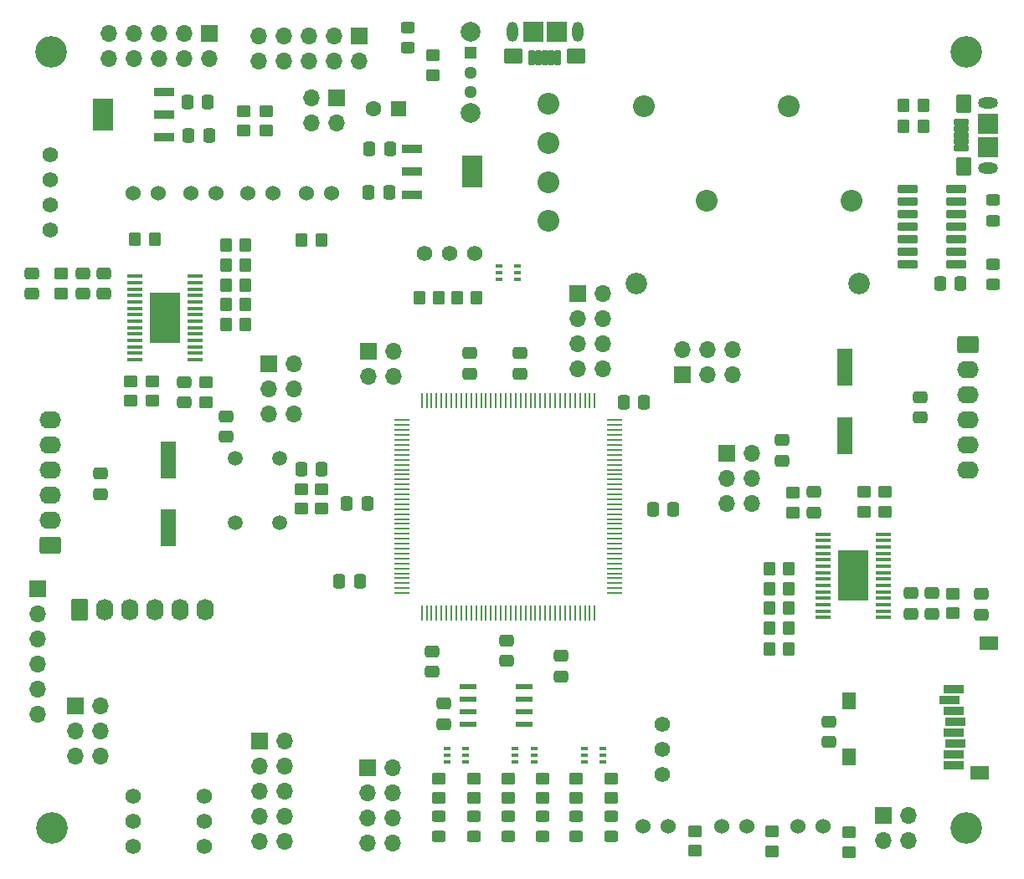
<source format=gbr>
%TF.GenerationSoftware,KiCad,Pcbnew,7.0.6*%
%TF.CreationDate,2024-03-10T14:45:18-07:00*%
%TF.ProjectId,MainBoard,4d61696e-426f-4617-9264-2e6b69636164,0.2*%
%TF.SameCoordinates,Original*%
%TF.FileFunction,Soldermask,Top*%
%TF.FilePolarity,Negative*%
%FSLAX46Y46*%
G04 Gerber Fmt 4.6, Leading zero omitted, Abs format (unit mm)*
G04 Created by KiCad (PCBNEW 7.0.6) date 2024-03-10 14:45:18*
%MOMM*%
%LPD*%
G01*
G04 APERTURE LIST*
G04 Aperture macros list*
%AMRoundRect*
0 Rectangle with rounded corners*
0 $1 Rounding radius*
0 $2 $3 $4 $5 $6 $7 $8 $9 X,Y pos of 4 corners*
0 Add a 4 corners polygon primitive as box body*
4,1,4,$2,$3,$4,$5,$6,$7,$8,$9,$2,$3,0*
0 Add four circle primitives for the rounded corners*
1,1,$1+$1,$2,$3*
1,1,$1+$1,$4,$5*
1,1,$1+$1,$6,$7*
1,1,$1+$1,$8,$9*
0 Add four rect primitives between the rounded corners*
20,1,$1+$1,$2,$3,$4,$5,0*
20,1,$1+$1,$4,$5,$6,$7,0*
20,1,$1+$1,$6,$7,$8,$9,0*
20,1,$1+$1,$8,$9,$2,$3,0*%
G04 Aperture macros list end*
%ADD10RoundRect,0.250000X0.450000X-0.325000X0.450000X0.325000X-0.450000X0.325000X-0.450000X-0.325000X0*%
%ADD11C,1.524000*%
%ADD12RoundRect,0.250000X-0.475000X0.337500X-0.475000X-0.337500X0.475000X-0.337500X0.475000X0.337500X0*%
%ADD13RoundRect,0.250000X0.450000X-0.350000X0.450000X0.350000X-0.450000X0.350000X-0.450000X-0.350000X0*%
%ADD14RoundRect,0.250000X0.337500X0.475000X-0.337500X0.475000X-0.337500X-0.475000X0.337500X-0.475000X0*%
%ADD15RoundRect,0.250000X0.475000X-0.337500X0.475000X0.337500X-0.475000X0.337500X-0.475000X-0.337500X0*%
%ADD16RoundRect,0.250000X-0.350000X-0.450000X0.350000X-0.450000X0.350000X0.450000X-0.350000X0.450000X0*%
%ADD17RoundRect,0.250000X-0.845000X0.620000X-0.845000X-0.620000X0.845000X-0.620000X0.845000X0.620000X0*%
%ADD18O,2.190000X1.740000*%
%ADD19C,1.574800*%
%ADD20C,3.200000*%
%ADD21RoundRect,0.250000X0.845000X-0.620000X0.845000X0.620000X-0.845000X0.620000X-0.845000X-0.620000X0*%
%ADD22R,1.700000X1.700000*%
%ADD23O,1.700000X1.700000*%
%ADD24R,0.650000X0.400000*%
%ADD25RoundRect,0.250000X-0.450000X0.350000X-0.450000X-0.350000X0.450000X-0.350000X0.450000X0.350000X0*%
%ADD26RoundRect,0.250000X0.350000X0.450000X-0.350000X0.450000X-0.350000X-0.450000X0.350000X-0.450000X0*%
%ADD27R,1.599999X0.449999*%
%ADD28C,0.600000*%
%ADD29R,3.099999X5.180000*%
%ADD30RoundRect,0.192000X0.865000X0.210000X-0.865000X0.210000X-0.865000X-0.210000X0.865000X-0.210000X0*%
%ADD31R,1.295400X1.295400*%
%ADD32C,1.295400*%
%ADD33C,2.000000*%
%ADD34RoundRect,0.250000X-0.450000X0.325000X-0.450000X-0.325000X0.450000X-0.325000X0.450000X0.325000X0*%
%ADD35RoundRect,0.250000X-0.620000X-0.845000X0.620000X-0.845000X0.620000X0.845000X-0.620000X0.845000X0*%
%ADD36O,1.740000X2.190000*%
%ADD37R,1.562100X0.279400*%
%ADD38R,0.279400X1.562100*%
%ADD39R,1.600200X3.810000*%
%ADD40R,2.066000X0.901600*%
%ADD41R,2.066000X3.201599*%
%ADD42R,1.663700X0.533400*%
%ADD43RoundRect,0.102000X0.675000X-0.200000X0.675000X0.200000X-0.675000X0.200000X-0.675000X-0.200000X0*%
%ADD44RoundRect,0.102000X0.700000X-0.800000X0.700000X0.800000X-0.700000X0.800000X-0.700000X-0.800000X0*%
%ADD45RoundRect,0.102000X0.950000X-0.950000X0.950000X0.950000X-0.950000X0.950000X-0.950000X-0.950000X0*%
%ADD46O,2.004000X1.104000*%
%ADD47C,1.507998*%
%ADD48C,2.209800*%
%ADD49RoundRect,0.250000X-0.337500X-0.475000X0.337500X-0.475000X0.337500X0.475000X-0.337500X0.475000X0*%
%ADD50R,1.600000X1.600000*%
%ADD51C,1.600000*%
%ADD52C,2.184000*%
%ADD53RoundRect,0.102000X0.200000X0.675000X-0.200000X0.675000X-0.200000X-0.675000X0.200000X-0.675000X0*%
%ADD54RoundRect,0.102000X0.800000X0.700000X-0.800000X0.700000X-0.800000X-0.700000X0.800000X-0.700000X0*%
%ADD55RoundRect,0.102000X0.950000X0.950000X-0.950000X0.950000X-0.950000X-0.950000X0.950000X-0.950000X0*%
%ADD56O,1.104000X2.004000*%
%ADD57R,1.397000X1.803400*%
%ADD58R,1.905000X1.397000*%
%ADD59R,2.006600X0.812800*%
G04 APERTURE END LIST*
D10*
%TO.C,D5*%
X215400000Y-165400000D03*
X215400000Y-163350000D03*
%TD*%
D11*
%TO.C,SW8*%
X189060000Y-100300000D03*
X191600000Y-100300000D03*
%TD*%
D12*
%TO.C,C10*%
X207700000Y-146662500D03*
X207700000Y-148737500D03*
%TD*%
D13*
%TO.C,R29*%
X253500000Y-132500000D03*
X253500000Y-130500000D03*
%TD*%
D14*
%TO.C,C13*%
X203337500Y-100200000D03*
X201262500Y-100200000D03*
%TD*%
%TO.C,C3*%
X200400000Y-139550000D03*
X198325000Y-139550000D03*
%TD*%
D12*
%TO.C,C36*%
X208900000Y-151925000D03*
X208900000Y-154000000D03*
%TD*%
%TO.C,C28*%
X257050000Y-120887500D03*
X257050000Y-122962500D03*
%TD*%
D15*
%TO.C,C7*%
X216600000Y-118537500D03*
X216600000Y-116462500D03*
%TD*%
D12*
%TO.C,C6*%
X211500000Y-116462500D03*
X211500000Y-118537500D03*
%TD*%
D16*
%TO.C,R33*%
X241800000Y-144300000D03*
X243800000Y-144300000D03*
%TD*%
D17*
%TO.C,U11*%
X261925000Y-115570000D03*
D18*
X261925000Y-118110000D03*
X261925000Y-120650000D03*
X261925000Y-123190000D03*
X261925000Y-125730000D03*
X261925000Y-128270000D03*
%TD*%
D19*
%TO.C,J15*%
X177450000Y-166350000D03*
X177450000Y-163810000D03*
X177450000Y-161270000D03*
%TD*%
D20*
%TO.C,H2*%
X261700000Y-86000000D03*
%TD*%
D21*
%TO.C,U12*%
X169100000Y-135890000D03*
D18*
X169100000Y-133350000D03*
X169100000Y-130810000D03*
X169100000Y-128270000D03*
X169100000Y-125730000D03*
X169100000Y-123190000D03*
%TD*%
D22*
%TO.C,J1*%
X167850000Y-140300000D03*
D23*
X167850000Y-142840000D03*
X167850000Y-145380000D03*
X167850000Y-147920000D03*
X167850000Y-150460000D03*
X167850000Y-153000000D03*
%TD*%
D12*
%TO.C,C32*%
X243100000Y-125262500D03*
X243100000Y-127337500D03*
%TD*%
D22*
%TO.C,J18*%
X253360000Y-163300000D03*
D23*
X255900000Y-163300000D03*
X253360000Y-165840000D03*
X255900000Y-165840000D03*
%TD*%
D24*
%TO.C,U6*%
X218000000Y-157800000D03*
X218000000Y-157150000D03*
X218000000Y-156500000D03*
X216100000Y-156500000D03*
X216100000Y-157150000D03*
X216100000Y-157800000D03*
%TD*%
D13*
%TO.C,R12*%
X242100128Y-166875000D03*
X242100128Y-164875000D03*
%TD*%
D19*
%TO.C,J14*%
X184673800Y-166390000D03*
X184673800Y-163850000D03*
X184673800Y-161310000D03*
%TD*%
%TO.C,D8*%
X211990000Y-106376200D03*
X209450000Y-106376200D03*
X206910000Y-106376200D03*
%TD*%
D22*
%TO.C,J3*%
X200300000Y-84360000D03*
D23*
X200300000Y-86900000D03*
X197760000Y-84360000D03*
X197760000Y-86900000D03*
X195220000Y-84360000D03*
X195220000Y-86900000D03*
X192680000Y-84360000D03*
X192680000Y-86900000D03*
X190140000Y-84360000D03*
X190140000Y-86900000D03*
%TD*%
D12*
%TO.C,C31*%
X256131250Y-140762500D03*
X256131250Y-142837500D03*
%TD*%
D15*
%TO.C,C23*%
X174500000Y-110437500D03*
X174500000Y-108362500D03*
%TD*%
D25*
%TO.C,R28*%
X251400000Y-130500000D03*
X251400000Y-132500000D03*
%TD*%
D15*
%TO.C,C9*%
X215250000Y-147637500D03*
X215250000Y-145562500D03*
%TD*%
D26*
%TO.C,R40*%
X179650000Y-104950000D03*
X177650000Y-104950000D03*
%TD*%
D27*
%TO.C,U10*%
X177650001Y-108674999D03*
X177650001Y-109325000D03*
X177650001Y-109974999D03*
X177650001Y-110625000D03*
X177650001Y-111274998D03*
X177650001Y-111925000D03*
X177650001Y-112574998D03*
X177650001Y-113225000D03*
X177650001Y-113874998D03*
X177650001Y-114525000D03*
X177650001Y-115174998D03*
X177650001Y-115824999D03*
X177650001Y-116474998D03*
X177650001Y-117124999D03*
X183750002Y-117124999D03*
X183750002Y-116474998D03*
X183750002Y-115824999D03*
X183750002Y-115174998D03*
X183750002Y-114525000D03*
X183750002Y-113874998D03*
X183750002Y-113225000D03*
X183750002Y-112574998D03*
X183750002Y-111925000D03*
X183750002Y-111274998D03*
X183750002Y-110625000D03*
X183750002Y-109974999D03*
X183750002Y-109325000D03*
X183750002Y-108674999D03*
D28*
X179600000Y-111799999D03*
X179600000Y-112899999D03*
X179600000Y-113999999D03*
X179600000Y-115100000D03*
X179620000Y-110779999D03*
X180700000Y-110779999D03*
D29*
X180700000Y-112899999D03*
D28*
X180700000Y-115100000D03*
X180700003Y-111799999D03*
X180700003Y-112899999D03*
X180700003Y-113999999D03*
X181760000Y-110779999D03*
X181800000Y-111799999D03*
X181800000Y-112899999D03*
X181800000Y-113999999D03*
X181800000Y-115100000D03*
%TD*%
D25*
%TO.C,R5*%
X208400000Y-159500000D03*
X208400000Y-161500000D03*
%TD*%
D22*
%TO.C,J21*%
X233010000Y-118650000D03*
D23*
X233010000Y-116110000D03*
X235550000Y-118650000D03*
X235550000Y-116110000D03*
X238090000Y-118650000D03*
X238090000Y-116110000D03*
%TD*%
D10*
%TO.C,D2*%
X211900000Y-165400000D03*
X211900000Y-163350000D03*
%TD*%
D30*
%TO.C,U9*%
X260700000Y-107470000D03*
X260700000Y-106200000D03*
X260700000Y-104930000D03*
X260700000Y-103660000D03*
X260700000Y-102390000D03*
X260700000Y-101120000D03*
X260700000Y-99850000D03*
X255780000Y-99850000D03*
X255780000Y-101120000D03*
X255780000Y-102390000D03*
X255780000Y-103660000D03*
X255780000Y-104930000D03*
X255780000Y-106200000D03*
X255780000Y-107470000D03*
%TD*%
D15*
%TO.C,C8*%
X220700000Y-149168750D03*
X220700000Y-147093750D03*
%TD*%
D25*
%TO.C,R35*%
X260331250Y-140800000D03*
X260331250Y-142800000D03*
%TD*%
D26*
%TO.C,R22*%
X188850000Y-109550000D03*
X186850000Y-109550000D03*
%TD*%
D22*
%TO.C,J19*%
X237510000Y-126560000D03*
D23*
X240050000Y-126560000D03*
X237510000Y-129100000D03*
X240050000Y-129100000D03*
X237510000Y-131640000D03*
X240050000Y-131640000D03*
%TD*%
D31*
%TO.C,SW2*%
X211550000Y-86049999D03*
D32*
X211550000Y-88050000D03*
X211550000Y-90050001D03*
D33*
X211550000Y-83949999D03*
X211550000Y-92150000D03*
%TD*%
D10*
%TO.C,D3*%
X208400000Y-165400000D03*
X208400000Y-163350000D03*
%TD*%
D25*
%TO.C,R6*%
X218900000Y-159500000D03*
X218900000Y-161500000D03*
%TD*%
D27*
%TO.C,U13*%
X253349999Y-143224999D03*
X253349999Y-142574998D03*
X253349999Y-141924999D03*
X253349999Y-141274998D03*
X253349999Y-140625000D03*
X253349999Y-139974998D03*
X253349999Y-139325000D03*
X253349999Y-138674998D03*
X253349999Y-138025000D03*
X253349999Y-137374998D03*
X253349999Y-136725000D03*
X253349999Y-136074999D03*
X253349999Y-135425000D03*
X253349999Y-134774999D03*
X247249998Y-134774999D03*
X247249998Y-135425000D03*
X247249998Y-136074999D03*
X247249998Y-136725000D03*
X247249998Y-137374998D03*
X247249998Y-138025000D03*
X247249998Y-138674998D03*
X247249998Y-139325000D03*
X247249998Y-139974998D03*
X247249998Y-140625000D03*
X247249998Y-141274998D03*
X247249998Y-141924999D03*
X247249998Y-142574998D03*
X247249998Y-143224999D03*
D28*
X251400000Y-140099999D03*
X251400000Y-138999999D03*
X251400000Y-137899999D03*
X251400000Y-136799998D03*
X251380000Y-141119999D03*
X250300000Y-141119999D03*
D29*
X250300000Y-138999999D03*
D28*
X250300000Y-136799998D03*
X250299997Y-140099999D03*
X250299997Y-138999999D03*
X250299997Y-137899999D03*
X249240000Y-141119999D03*
X249200000Y-140099999D03*
X249200000Y-138999999D03*
X249200000Y-137899999D03*
X249200000Y-136799998D03*
%TD*%
D34*
%TO.C,D1*%
X205200000Y-83475000D03*
X205200000Y-85525000D03*
%TD*%
D15*
%TO.C,C29*%
X263200000Y-142937500D03*
X263200000Y-140862500D03*
%TD*%
D24*
%TO.C,U7*%
X225000000Y-157800000D03*
X225000000Y-157150000D03*
X225000000Y-156500000D03*
X223100000Y-156500000D03*
X223100000Y-157150000D03*
X223100000Y-157800000D03*
%TD*%
D16*
%TO.C,R30*%
X241800000Y-138300000D03*
X243800000Y-138300000D03*
%TD*%
D25*
%TO.C,R1*%
X194500000Y-130200000D03*
X194500000Y-132200000D03*
%TD*%
D13*
%TO.C,R25*%
X170200000Y-110400000D03*
X170200000Y-108400000D03*
%TD*%
D35*
%TO.C,J20*%
X172055000Y-142450000D03*
D36*
X174595000Y-142450000D03*
X177135000Y-142450000D03*
X179675000Y-142450000D03*
X182215000Y-142450000D03*
X184755000Y-142450000D03*
%TD*%
D22*
%TO.C,J8*%
X201160000Y-158430000D03*
D23*
X203700000Y-158430000D03*
X201160000Y-160970000D03*
X203700000Y-160970000D03*
X201160000Y-163510000D03*
X203700000Y-163510000D03*
X201160000Y-166050000D03*
X203700000Y-166050000D03*
%TD*%
D22*
%TO.C,J2*%
X185140000Y-84060000D03*
D23*
X185140000Y-86600000D03*
X182600000Y-84060000D03*
X182600000Y-86600000D03*
X180060000Y-84060000D03*
X180060000Y-86600000D03*
X177520000Y-84060000D03*
X177520000Y-86600000D03*
X174980000Y-84060000D03*
X174980000Y-86600000D03*
%TD*%
D16*
%TO.C,R32*%
X241800000Y-142300000D03*
X243800000Y-142300000D03*
%TD*%
%TO.C,R16*%
X255400000Y-93500000D03*
X257400000Y-93500000D03*
%TD*%
D25*
%TO.C,R7*%
X215400000Y-159500000D03*
X215400000Y-161500000D03*
%TD*%
D22*
%TO.C,J23*%
X171660000Y-152150000D03*
D23*
X174200000Y-152150000D03*
X171660000Y-154690000D03*
X174200000Y-154690000D03*
X171660000Y-157230000D03*
X174200000Y-157230000D03*
%TD*%
D34*
%TO.C,D10*%
X264400000Y-107475000D03*
X264400000Y-109525000D03*
%TD*%
D11*
%TO.C,SW6*%
X231610128Y-164351200D03*
X229070128Y-164351200D03*
%TD*%
D37*
%TO.C,U1*%
X204624050Y-123250000D03*
X204624050Y-123749999D03*
X204624050Y-124250000D03*
X204624050Y-124749999D03*
X204624050Y-125250001D03*
X204624050Y-125750000D03*
X204624050Y-126249999D03*
X204624050Y-126750000D03*
X204624050Y-127249999D03*
X204624050Y-127750001D03*
X204624050Y-128250000D03*
X204624050Y-128749999D03*
X204624050Y-129250000D03*
X204624050Y-129749999D03*
X204624050Y-130250001D03*
X204624050Y-130750000D03*
X204624050Y-131249999D03*
X204624050Y-131750000D03*
X204624050Y-132250000D03*
X204624050Y-132749998D03*
X204624050Y-133250000D03*
X204624050Y-133749999D03*
X204624050Y-134250001D03*
X204624050Y-134750000D03*
X204624050Y-135249999D03*
X204624050Y-135750000D03*
X204624050Y-136249999D03*
X204624050Y-136750001D03*
X204624050Y-137250000D03*
X204624050Y-137749999D03*
X204624050Y-138250000D03*
X204624050Y-138749999D03*
X204624050Y-139250001D03*
X204624050Y-139750000D03*
X204624050Y-140249999D03*
X204624050Y-140750000D03*
D38*
X206650000Y-142775950D03*
X207149999Y-142775950D03*
X207650000Y-142775950D03*
X208149999Y-142775950D03*
X208650001Y-142775950D03*
X209150000Y-142775950D03*
X209649999Y-142775950D03*
X210150000Y-142775950D03*
X210649999Y-142775950D03*
X211150001Y-142775950D03*
X211650000Y-142775950D03*
X212149999Y-142775950D03*
X212650000Y-142775950D03*
X213149999Y-142775950D03*
X213650001Y-142775950D03*
X214150000Y-142775950D03*
X214649999Y-142775950D03*
X215150000Y-142775950D03*
X215650000Y-142775950D03*
X216150001Y-142775950D03*
X216650000Y-142775950D03*
X217149999Y-142775950D03*
X217650001Y-142775950D03*
X218150000Y-142775950D03*
X218650001Y-142775950D03*
X219150000Y-142775950D03*
X219649999Y-142775950D03*
X220150001Y-142775950D03*
X220650000Y-142775950D03*
X221150001Y-142775950D03*
X221650000Y-142775950D03*
X222149999Y-142775950D03*
X222650001Y-142775950D03*
X223150000Y-142775950D03*
X223650001Y-142775950D03*
X224150000Y-142775950D03*
D37*
X226175950Y-140750000D03*
X226175950Y-140250001D03*
X226175950Y-139750000D03*
X226175950Y-139250001D03*
X226175950Y-138749999D03*
X226175950Y-138250000D03*
X226175950Y-137750001D03*
X226175950Y-137250000D03*
X226175950Y-136750001D03*
X226175950Y-136249999D03*
X226175950Y-135750000D03*
X226175950Y-135250001D03*
X226175950Y-134750000D03*
X226175950Y-134250001D03*
X226175950Y-133749999D03*
X226175950Y-133250000D03*
X226175950Y-132750001D03*
X226175950Y-132250000D03*
X226175950Y-131750000D03*
X226175950Y-131249999D03*
X226175950Y-130750000D03*
X226175950Y-130250001D03*
X226175950Y-129749999D03*
X226175950Y-129250000D03*
X226175950Y-128749999D03*
X226175950Y-128250000D03*
X226175950Y-127750001D03*
X226175950Y-127249999D03*
X226175950Y-126750000D03*
X226175950Y-126249999D03*
X226175950Y-125750000D03*
X226175950Y-125250001D03*
X226175950Y-124749999D03*
X226175950Y-124250000D03*
X226175950Y-123749999D03*
X226175950Y-123250000D03*
D38*
X224150000Y-121224050D03*
X223650001Y-121224050D03*
X223150000Y-121224050D03*
X222650001Y-121224050D03*
X222149999Y-121224050D03*
X221650000Y-121224050D03*
X221150001Y-121224050D03*
X220650000Y-121224050D03*
X220150001Y-121224050D03*
X219649999Y-121224050D03*
X219150000Y-121224050D03*
X218650001Y-121224050D03*
X218150000Y-121224050D03*
X217650001Y-121224050D03*
X217149999Y-121224050D03*
X216650000Y-121224050D03*
X216150001Y-121224050D03*
X215650000Y-121224050D03*
X215150000Y-121224050D03*
X214649999Y-121224050D03*
X214150000Y-121224050D03*
X213650001Y-121224050D03*
X213149999Y-121224050D03*
X212650000Y-121224050D03*
X212149999Y-121224050D03*
X211650000Y-121224050D03*
X211150001Y-121224050D03*
X210649999Y-121224050D03*
X210150000Y-121224050D03*
X209649999Y-121224050D03*
X209150000Y-121224050D03*
X208650001Y-121224050D03*
X208149999Y-121224050D03*
X207650000Y-121224050D03*
X207149999Y-121224050D03*
X206650000Y-121224050D03*
%TD*%
D16*
%TO.C,R31*%
X241800000Y-140300000D03*
X243800000Y-140300000D03*
%TD*%
D25*
%TO.C,R17*%
X184800000Y-119400000D03*
X184800000Y-121400000D03*
%TD*%
D24*
%TO.C,U5*%
X211100000Y-157800000D03*
X211100000Y-157150000D03*
X211100000Y-156500000D03*
X209200000Y-156500000D03*
X209200000Y-157150000D03*
X209200000Y-157800000D03*
%TD*%
D39*
%TO.C,C33*%
X249400000Y-124800000D03*
X249400000Y-117891200D03*
%TD*%
D26*
%TO.C,R37*%
X196500000Y-105000000D03*
X194500000Y-105000000D03*
%TD*%
D40*
%TO.C,U2*%
X205624200Y-95800000D03*
X205624200Y-98100000D03*
X205624200Y-100400000D03*
D41*
X211775800Y-98100000D03*
%TD*%
D42*
%TO.C,U15*%
X217025750Y-154005000D03*
X217025750Y-152735000D03*
X217025750Y-151465000D03*
X217025750Y-150195000D03*
X211374250Y-150195000D03*
X211374250Y-151465000D03*
X211374250Y-152735000D03*
X211374250Y-154005000D03*
%TD*%
D43*
%TO.C,J9*%
X261225000Y-95700000D03*
X261225000Y-95050000D03*
X261225000Y-94400000D03*
X261225000Y-93750000D03*
X261225000Y-93100000D03*
D44*
X261450000Y-97600000D03*
X261450000Y-91200000D03*
D45*
X263900000Y-93200000D03*
X263900000Y-95600000D03*
D46*
X263900000Y-97700000D03*
X263900000Y-91100000D03*
%TD*%
D14*
%TO.C,C4*%
X201137500Y-131650000D03*
X199062500Y-131650000D03*
%TD*%
D13*
%TO.C,R39*%
X188650000Y-93950000D03*
X188650000Y-91950000D03*
%TD*%
%TO.C,R13*%
X249840128Y-166975000D03*
X249840128Y-164975000D03*
%TD*%
%TO.C,R38*%
X190900000Y-93950000D03*
X190900000Y-91950000D03*
%TD*%
D15*
%TO.C,C22*%
X172400000Y-110437500D03*
X172400000Y-108362500D03*
%TD*%
D10*
%TO.C,D4*%
X218900000Y-165400000D03*
X218900000Y-163350000D03*
%TD*%
D11*
%TO.C,SW10*%
X177510000Y-100300000D03*
X180050000Y-100300000D03*
%TD*%
%TO.C,SW4*%
X239490128Y-164375000D03*
X236950128Y-164375000D03*
%TD*%
%TO.C,SW5*%
X247230128Y-164375000D03*
X244690128Y-164375000D03*
%TD*%
D22*
%TO.C,J25*%
X201250000Y-116275000D03*
D23*
X203790000Y-116275000D03*
X201250000Y-118815000D03*
X203790000Y-118815000D03*
%TD*%
D13*
%TO.C,R14*%
X234310128Y-166851200D03*
X234310128Y-164851200D03*
%TD*%
D12*
%TO.C,C20*%
X182600000Y-119362500D03*
X182600000Y-121437500D03*
%TD*%
D47*
%TO.C,SW1*%
X192300001Y-127099998D03*
X192300001Y-133600000D03*
X187800000Y-127099998D03*
X187800000Y-133600000D03*
%TD*%
D22*
%TO.C,J26*%
X222460000Y-110400000D03*
D23*
X225000000Y-110400000D03*
X222460000Y-112940000D03*
X225000000Y-112940000D03*
X222460000Y-115480000D03*
X225000000Y-115480000D03*
X222460000Y-118020000D03*
X225000000Y-118020000D03*
%TD*%
D13*
%TO.C,R3*%
X207800000Y-88300000D03*
X207800000Y-86300000D03*
%TD*%
D15*
%TO.C,C24*%
X186900000Y-124937500D03*
X186900000Y-122862500D03*
%TD*%
D26*
%TO.C,R20*%
X188850000Y-113550000D03*
X186850000Y-113550000D03*
%TD*%
D14*
%TO.C,C5*%
X229137500Y-121400000D03*
X227062500Y-121400000D03*
%TD*%
D13*
%TO.C,R27*%
X244200000Y-132600000D03*
X244200000Y-130600000D03*
%TD*%
D24*
%TO.C,U8*%
X214450000Y-107650000D03*
X214450000Y-108300000D03*
X214450000Y-108950000D03*
X216350000Y-108950000D03*
X216350000Y-108300000D03*
X216350000Y-107650000D03*
%TD*%
D48*
%TO.C,SW3*%
X219500000Y-103087200D03*
X219500000Y-99124800D03*
X219500000Y-95162400D03*
X219500000Y-91200000D03*
%TD*%
D13*
%TO.C,R18*%
X179400000Y-121300000D03*
X179400000Y-119300000D03*
%TD*%
D10*
%TO.C,D6*%
X225800000Y-165400000D03*
X225800000Y-163350000D03*
%TD*%
D49*
%TO.C,C1*%
X194462500Y-128200000D03*
X196537500Y-128200000D03*
%TD*%
D50*
%TO.C,C15*%
X204305113Y-91700000D03*
D51*
X201805113Y-91700000D03*
%TD*%
D49*
%TO.C,C14*%
X182962500Y-91000000D03*
X185037500Y-91000000D03*
%TD*%
D10*
%TO.C,D7*%
X222300000Y-165400000D03*
X222300000Y-163350000D03*
%TD*%
D25*
%TO.C,R4*%
X211900000Y-159500000D03*
X211900000Y-161500000D03*
%TD*%
D16*
%TO.C,R11*%
X206410000Y-110876200D03*
X208410000Y-110876200D03*
%TD*%
D15*
%TO.C,C30*%
X258231250Y-142837500D03*
X258231250Y-140762500D03*
%TD*%
D13*
%TO.C,R2*%
X196500000Y-132200000D03*
X196500000Y-130200000D03*
%TD*%
D40*
%TO.C,U3*%
X180575800Y-94628500D03*
X180575800Y-92328500D03*
X180575800Y-90028500D03*
D41*
X174424200Y-92328500D03*
%TD*%
D49*
%TO.C,C12*%
X183062500Y-94400000D03*
X185137500Y-94400000D03*
%TD*%
D52*
%TO.C,F1*%
X228350000Y-109400000D03*
X250850000Y-109400000D03*
%TD*%
D16*
%TO.C,R34*%
X241800000Y-146400000D03*
X243800000Y-146400000D03*
%TD*%
D25*
%TO.C,R8*%
X225800000Y-159500000D03*
X225800000Y-161500000D03*
%TD*%
D19*
%TO.C,J13*%
X230973800Y-159140000D03*
X230973800Y-156600000D03*
X230973800Y-154060000D03*
%TD*%
D11*
%TO.C,SW9*%
X183310000Y-100300000D03*
X185850000Y-100300000D03*
%TD*%
D15*
%TO.C,C35*%
X247800000Y-155837500D03*
X247800000Y-153762500D03*
%TD*%
D14*
%TO.C,C19*%
X261137500Y-109400000D03*
X259062500Y-109400000D03*
%TD*%
D48*
%TO.C,J6*%
X235500000Y-101000000D03*
X229150000Y-91500001D03*
%TD*%
D11*
%TO.C,SW7*%
X195000000Y-100300000D03*
X197540000Y-100300000D03*
%TD*%
D15*
%TO.C,C27*%
X174150000Y-130707500D03*
X174150000Y-128632500D03*
%TD*%
D16*
%TO.C,R15*%
X255400000Y-91400000D03*
X257400000Y-91400000D03*
%TD*%
D12*
%TO.C,C21*%
X167200000Y-108362500D03*
X167200000Y-110437500D03*
%TD*%
D26*
%TO.C,R10*%
X212210000Y-110876200D03*
X210210000Y-110876200D03*
%TD*%
D10*
%TO.C,D9*%
X264400000Y-103025000D03*
X264400000Y-100975000D03*
%TD*%
D53*
%TO.C,J4*%
X220400000Y-86575000D03*
X219750000Y-86575000D03*
X219100000Y-86575000D03*
X218450000Y-86575000D03*
X217800000Y-86575000D03*
D54*
X222300000Y-86350000D03*
X215900000Y-86350000D03*
D55*
X217900000Y-83900000D03*
X220300000Y-83900000D03*
D56*
X222400000Y-83900000D03*
X215800000Y-83900000D03*
%TD*%
D26*
%TO.C,R23*%
X188850000Y-107550000D03*
X186850000Y-107550000D03*
%TD*%
D19*
%TO.C,J24*%
X169100000Y-104000000D03*
X169100000Y-101460000D03*
X169100000Y-98920000D03*
X169100000Y-96380000D03*
%TD*%
D14*
%TO.C,C2*%
X232087500Y-132250000D03*
X230012500Y-132250000D03*
%TD*%
D26*
%TO.C,R24*%
X188850000Y-105550000D03*
X186850000Y-105550000D03*
%TD*%
D25*
%TO.C,R9*%
X222300000Y-159500000D03*
X222300000Y-161500000D03*
%TD*%
D26*
%TO.C,R21*%
X188850000Y-111550000D03*
X186850000Y-111550000D03*
%TD*%
D25*
%TO.C,R19*%
X177200000Y-119300000D03*
X177200000Y-121300000D03*
%TD*%
D22*
%TO.C,J7*%
X190250000Y-155740000D03*
D23*
X192790000Y-155740000D03*
X190250000Y-158280000D03*
X192790000Y-158280000D03*
X190250000Y-160820000D03*
X192790000Y-160820000D03*
X190250000Y-163360000D03*
X192790000Y-163360000D03*
X190250000Y-165900000D03*
X192790000Y-165900000D03*
%TD*%
D20*
%TO.C,H4*%
X261700000Y-164500000D03*
%TD*%
D39*
%TO.C,C25*%
X181000000Y-127240900D03*
X181000000Y-134149700D03*
%TD*%
D57*
%TO.C,J17*%
X249878399Y-157350000D03*
X249878399Y-151649999D03*
D58*
X263028401Y-158950000D03*
X264028401Y-145799998D03*
D59*
X260428401Y-150459999D03*
X260028402Y-151560073D03*
X260428401Y-152659999D03*
X260628401Y-153760000D03*
X260428401Y-154860000D03*
X260628401Y-155960000D03*
X260428401Y-157060001D03*
X260428401Y-158160001D03*
%TD*%
D20*
%TO.C,H1*%
X169200000Y-86000000D03*
%TD*%
D14*
%TO.C,C11*%
X203437500Y-95800000D03*
X201362500Y-95800000D03*
%TD*%
D22*
%TO.C,J16*%
X191210000Y-117510000D03*
D23*
X193750000Y-117510000D03*
X191210000Y-120050000D03*
X193750000Y-120050000D03*
X191210000Y-122590000D03*
X193750000Y-122590000D03*
%TD*%
D20*
%TO.C,H3*%
X169300000Y-164500000D03*
%TD*%
D15*
%TO.C,C26*%
X246300000Y-132600000D03*
X246300000Y-130525000D03*
%TD*%
D48*
%TO.C,J5*%
X250100000Y-100999999D03*
X243750000Y-91500000D03*
%TD*%
D22*
%TO.C,J22*%
X198050000Y-90650000D03*
D23*
X198050000Y-93190000D03*
X195510000Y-90650000D03*
X195510000Y-93190000D03*
%TD*%
M02*

</source>
